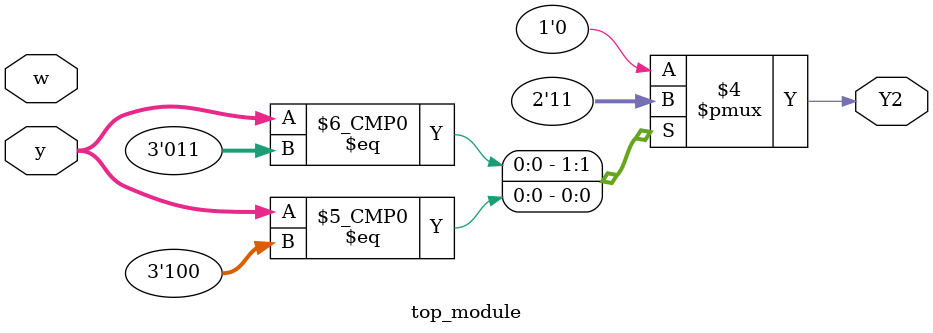
<source format=sv>
module top_module(
    input [3:1] y,
    input w,
    output reg Y2);

    // Define the states
    parameter A = 3'b000;
    parameter B = 3'b001;
    parameter C = 3'b010;
    parameter D = 3'b011;
    parameter E = 3'b100;
    parameter F = 3'b101;

    always @(*) begin
        case (y)
            A: Y2 = 1'b0;
            B: Y2 = 1'b0;
            C: Y2 = 1'b0;
            D: Y2 = 1'b1;
            E: Y2 = 1'b1;
            F: Y2 = 1'b0;
            default: Y2 = 1'b0; // default case should never be hit
        endcase
    end
endmodule

</source>
